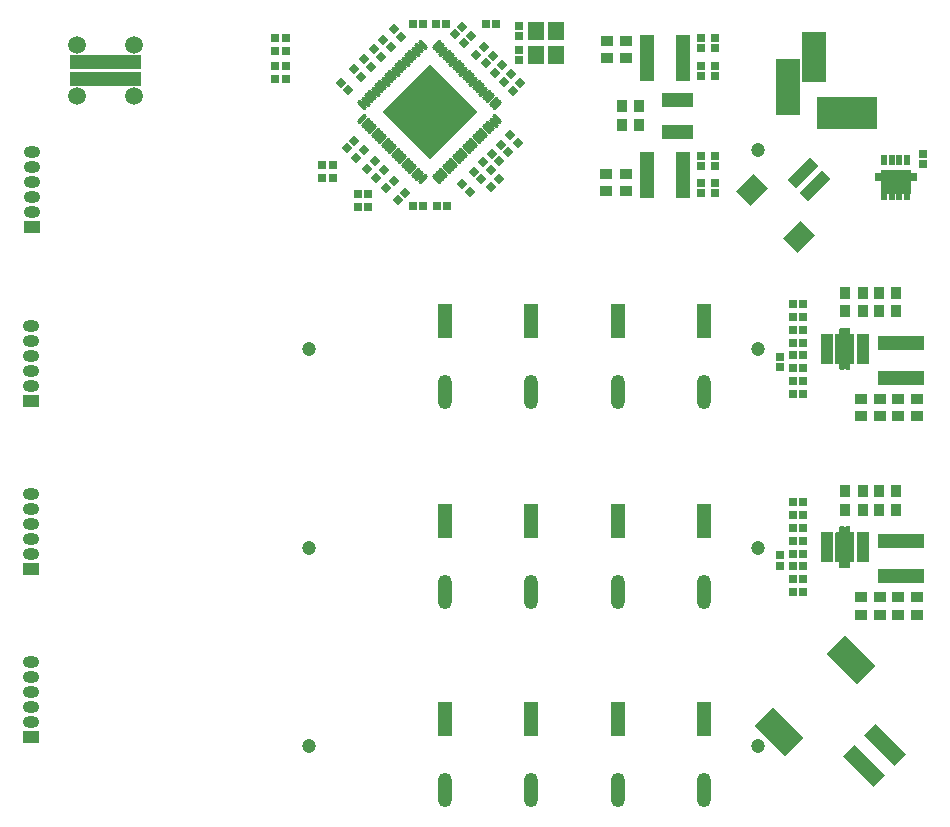
<source format=gbs>
G04*
G04 #@! TF.GenerationSoftware,Altium Limited,Altium Designer,24.0.1 (36)*
G04*
G04 Layer_Color=16711935*
%FSLAX44Y44*%
%MOMM*%
G71*
G04*
G04 #@! TF.SameCoordinates,2863EE23-0FE7-43ED-B731-855E9A245776*
G04*
G04*
G04 #@! TF.FilePolarity,Negative*
G04*
G01*
G75*
%ADD36R,0.7032X0.7032*%
%ADD37R,0.7032X0.7032*%
%ADD44R,1.4032X1.5032*%
%ADD45R,0.9532X1.0532*%
%ADD49C,1.5032*%
%ADD50O,1.4032X1.0032*%
%ADD51R,1.4032X1.0032*%
%ADD52C,1.2032*%
%ADD53R,2.0032X4.7032*%
%ADD54R,2.0032X4.2032*%
%ADD55R,5.2032X2.8032*%
%ADD97R,1.0032X0.5032*%
%ADD98C,0.5072*%
%ADD99P,8.0655X4X90.0*%
G04:AMPARAMS|DCode=100|XSize=0.4032mm|YSize=1.0032mm|CornerRadius=0mm|HoleSize=0mm|Usage=FLASHONLY|Rotation=315.000|XOffset=0mm|YOffset=0mm|HoleType=Round|Shape=Round|*
%AMOVALD100*
21,1,0.6000,0.4032,0.0000,0.0000,45.0*
1,1,0.4032,-0.2121,-0.2121*
1,1,0.4032,0.2121,0.2121*
%
%ADD100OVALD100*%

G04:AMPARAMS|DCode=101|XSize=0.4032mm|YSize=1.0032mm|CornerRadius=0mm|HoleSize=0mm|Usage=FLASHONLY|Rotation=225.000|XOffset=0mm|YOffset=0mm|HoleType=Round|Shape=Round|*
%AMOVALD101*
21,1,0.6000,0.4032,0.0000,0.0000,315.0*
1,1,0.4032,-0.2121,0.2121*
1,1,0.4032,0.2121,-0.2121*
%
%ADD101OVALD101*%

%ADD102R,0.5032X1.2032*%
G04:AMPARAMS|DCode=103|XSize=2.2032mm|YSize=3.7032mm|CornerRadius=0mm|HoleSize=0mm|Usage=FLASHONLY|Rotation=45.000|XOffset=0mm|YOffset=0mm|HoleType=Round|Shape=Rectangle|*
%AMROTATEDRECTD103*
4,1,4,0.5303,-2.0882,-2.0882,0.5303,-0.5303,2.0882,2.0882,-0.5303,0.5303,-2.0882,0.0*
%
%ADD103ROTATEDRECTD103*%

G04:AMPARAMS|DCode=104|XSize=1.4032mm|YSize=3.7032mm|CornerRadius=0mm|HoleSize=0mm|Usage=FLASHONLY|Rotation=45.000|XOffset=0mm|YOffset=0mm|HoleType=Round|Shape=Rectangle|*
%AMROTATEDRECTD104*
4,1,4,0.8132,-1.8054,-1.8054,0.8132,-0.8132,1.8054,1.8054,-0.8132,0.8132,-1.8054,0.0*
%
%ADD104ROTATEDRECTD104*%

%ADD105R,1.0532X0.9532*%
%ADD106R,1.2032X2.9032*%
%ADD107O,1.2032X2.9032*%
%ADD108R,0.6232X0.8632*%
%ADD109R,3.9032X1.3032*%
G04:AMPARAMS|DCode=110|XSize=1.0032mm|YSize=2.7032mm|CornerRadius=0mm|HoleSize=0mm|Usage=FLASHONLY|Rotation=315.000|XOffset=0mm|YOffset=0mm|HoleType=Round|Shape=Rectangle|*
%AMROTATEDRECTD110*
4,1,4,-1.3104,-0.6010,0.6010,1.3104,1.3104,0.6010,-0.6010,-1.3104,-1.3104,-0.6010,0.0*
%
%ADD110ROTATEDRECTD110*%

G04:AMPARAMS|DCode=111|XSize=2.1532mm|YSize=1.7032mm|CornerRadius=0mm|HoleSize=0mm|Usage=FLASHONLY|Rotation=225.000|XOffset=0mm|YOffset=0mm|HoleType=Round|Shape=Rectangle|*
%AMROTATEDRECTD111*
4,1,4,0.1591,1.3635,1.3635,0.1591,-0.1591,-1.3635,-1.3635,-0.1591,0.1591,1.3635,0.0*
%
%ADD111ROTATEDRECTD111*%

%ADD112R,1.3032X3.9032*%
%ADD113P,0.9945X4X270.0*%
%ADD114P,0.9945X4X180.0*%
%ADD115R,0.6350X1.1811*%
%ADD116R,2.5732X2.0332*%
%ADD117R,3.6632X0.7732*%
G36*
X707156Y242098D02*
X707252Y242069D01*
X707340Y242022D01*
X707418Y241959D01*
X707481Y241881D01*
X707528Y241793D01*
X707557Y241697D01*
X707567Y241598D01*
Y236956D01*
X710657D01*
X710757Y236947D01*
X710852Y236917D01*
X710940Y236870D01*
X711018Y236807D01*
X711081Y236729D01*
X711128Y236641D01*
X711158Y236545D01*
X711167Y236446D01*
Y233400D01*
X711168Y233398D01*
Y212446D01*
X711158Y212346D01*
X711129Y212250D01*
X711082Y212162D01*
X711018Y212085D01*
X710941Y212021D01*
X710853Y211974D01*
X710757Y211945D01*
X710657Y211935D01*
X707567D01*
Y207398D01*
X707557Y207298D01*
X707528Y207202D01*
X707481Y207114D01*
X707418Y207037D01*
X707340Y206973D01*
X707252Y206926D01*
X707156Y206897D01*
X707057Y206887D01*
X704057D01*
X703957Y206897D01*
X703861Y206926D01*
X703773Y206973D01*
X703696Y207037D01*
X703632Y207114D01*
X703585Y207202D01*
X703556Y207298D01*
X703546Y207398D01*
Y211935D01*
X702567D01*
Y207398D01*
X702557Y207298D01*
X702528Y207202D01*
X702481Y207114D01*
X702418Y207037D01*
X702340Y206973D01*
X702252Y206926D01*
X702156Y206897D01*
X702057Y206887D01*
X699057D01*
X698957Y206897D01*
X698861Y206926D01*
X698773Y206973D01*
X698696Y207037D01*
X698632Y207114D01*
X698585Y207202D01*
X698556Y207298D01*
X698546Y207398D01*
Y211935D01*
X695457D01*
X695358Y211945D01*
X695262Y211974D01*
X695174Y212021D01*
X695096Y212085D01*
X695033Y212162D01*
X694986Y212250D01*
X694957Y212346D01*
X694947Y212446D01*
Y236446D01*
X694957Y236545D01*
X694986Y236641D01*
X695033Y236729D01*
X695096Y236807D01*
X695174Y236870D01*
X695262Y236917D01*
X695358Y236947D01*
X695457Y236956D01*
X698546D01*
Y241598D01*
X698556Y241697D01*
X698585Y241793D01*
X698632Y241881D01*
X698696Y241959D01*
X698773Y242022D01*
X698861Y242069D01*
X698957Y242098D01*
X699057Y242108D01*
X702057D01*
X702156Y242098D01*
X702252Y242069D01*
X702340Y242022D01*
X702418Y241959D01*
X702481Y241881D01*
X702528Y241793D01*
X702557Y241697D01*
X702567Y241598D01*
Y236956D01*
X703546D01*
Y241598D01*
X703556Y241697D01*
X703585Y241793D01*
X703632Y241881D01*
X703696Y241959D01*
X703773Y242022D01*
X703861Y242069D01*
X703957Y242098D01*
X704057Y242108D01*
X707057D01*
X707156Y242098D01*
D02*
G37*
G36*
Y409992D02*
X707252Y409963D01*
X707340Y409916D01*
X707418Y409853D01*
X707481Y409775D01*
X707528Y409687D01*
X707557Y409591D01*
X707567Y409492D01*
Y404850D01*
X710657D01*
X710757Y404841D01*
X710852Y404811D01*
X710940Y404764D01*
X711018Y404701D01*
X711081Y404623D01*
X711128Y404535D01*
X711158Y404439D01*
X711167Y404340D01*
Y401294D01*
X711168Y401292D01*
Y380340D01*
X711158Y380240D01*
X711129Y380145D01*
X711082Y380056D01*
X711018Y379979D01*
X710941Y379915D01*
X710853Y379868D01*
X710757Y379839D01*
X710657Y379829D01*
X707567D01*
Y375292D01*
X707557Y375192D01*
X707528Y375096D01*
X707481Y375008D01*
X707418Y374931D01*
X707340Y374867D01*
X707252Y374820D01*
X707156Y374791D01*
X707057Y374781D01*
X704057D01*
X703957Y374791D01*
X703861Y374820D01*
X703773Y374867D01*
X703696Y374931D01*
X703632Y375008D01*
X703585Y375096D01*
X703556Y375192D01*
X703546Y375292D01*
Y379829D01*
X702567D01*
Y375292D01*
X702557Y375192D01*
X702528Y375096D01*
X702481Y375008D01*
X702418Y374931D01*
X702340Y374867D01*
X702252Y374820D01*
X702156Y374791D01*
X702057Y374781D01*
X699057D01*
X698957Y374791D01*
X698861Y374820D01*
X698773Y374867D01*
X698696Y374931D01*
X698632Y375008D01*
X698585Y375096D01*
X698556Y375192D01*
X698546Y375292D01*
Y379829D01*
X695457D01*
X695358Y379839D01*
X695262Y379868D01*
X695174Y379915D01*
X695096Y379979D01*
X695033Y380056D01*
X694986Y380145D01*
X694957Y380240D01*
X694947Y380340D01*
Y404340D01*
X694957Y404439D01*
X694986Y404535D01*
X695033Y404623D01*
X695096Y404701D01*
X695174Y404764D01*
X695262Y404811D01*
X695358Y404841D01*
X695457Y404850D01*
X698546D01*
Y409492D01*
X698556Y409591D01*
X698585Y409687D01*
X698632Y409775D01*
X698696Y409853D01*
X698773Y409916D01*
X698861Y409963D01*
X698957Y409992D01*
X699057Y410002D01*
X702057D01*
X702156Y409992D01*
X702252Y409963D01*
X702340Y409916D01*
X702418Y409853D01*
X702481Y409775D01*
X702528Y409687D01*
X702557Y409591D01*
X702567Y409492D01*
Y404850D01*
X703546D01*
Y409492D01*
X703556Y409591D01*
X703585Y409687D01*
X703632Y409775D01*
X703696Y409853D01*
X703773Y409916D01*
X703861Y409963D01*
X703957Y409992D01*
X704057Y410002D01*
X707057D01*
X707156Y409992D01*
D02*
G37*
D36*
X648477Y217950D02*
D03*
Y208950D02*
D03*
X769366Y548962D02*
D03*
Y557462D02*
D03*
X593090Y556070D02*
D03*
Y547570D02*
D03*
X592836Y623384D02*
D03*
Y631884D02*
D03*
X593344Y524138D02*
D03*
Y532638D02*
D03*
X581406D02*
D03*
Y524138D02*
D03*
X581152Y547506D02*
D03*
Y556006D02*
D03*
X427482Y645596D02*
D03*
Y636596D02*
D03*
Y666170D02*
D03*
Y657170D02*
D03*
X592836Y655252D02*
D03*
X581406D02*
D03*
X648462Y376754D02*
D03*
X581152Y631816D02*
D03*
X592836Y646752D02*
D03*
X648462Y385754D02*
D03*
X581152Y623316D02*
D03*
X581406Y646752D02*
D03*
D37*
X667713Y229924D02*
D03*
X659213D02*
D03*
X667713Y262472D02*
D03*
X659213D02*
D03*
X667713Y219074D02*
D03*
X659213D02*
D03*
X659277Y240773D02*
D03*
X667777D02*
D03*
X220798Y644906D02*
D03*
Y655574D02*
D03*
X220544Y621030D02*
D03*
Y631698D02*
D03*
X260748Y537210D02*
D03*
X260676Y548132D02*
D03*
X290648Y512318D02*
D03*
X290576Y523240D02*
D03*
X229798Y655574D02*
D03*
Y644906D02*
D03*
X229544Y631698D02*
D03*
Y621030D02*
D03*
X269676Y548132D02*
D03*
X269748Y537210D02*
D03*
X299576Y523240D02*
D03*
X299648Y512318D02*
D03*
X346202Y513588D02*
D03*
X337702D02*
D03*
X659198Y365179D02*
D03*
Y430276D02*
D03*
Y397728D02*
D03*
X659213Y197376D02*
D03*
X658980Y376029D02*
D03*
X658995Y208225D02*
D03*
X407856Y667766D02*
D03*
X365878Y513588D02*
D03*
X357378D02*
D03*
X337448Y667766D02*
D03*
X345948D02*
D03*
X357192D02*
D03*
X365692D02*
D03*
X667762Y408577D02*
D03*
X659262D02*
D03*
X659198Y386878D02*
D03*
X667698D02*
D03*
X667713Y197376D02*
D03*
X667698Y365179D02*
D03*
Y430276D02*
D03*
X659213Y186526D02*
D03*
X667713D02*
D03*
X667698Y397728D02*
D03*
X659198Y354330D02*
D03*
X667698D02*
D03*
X667995Y208225D02*
D03*
X658980Y419426D02*
D03*
X667980D02*
D03*
X658995Y251623D02*
D03*
X667995D02*
D03*
X667980Y376029D02*
D03*
X399356Y667766D02*
D03*
D44*
X458946Y661876D02*
D03*
Y640876D02*
D03*
X441946D02*
D03*
Y661876D02*
D03*
D45*
X732006Y439674D02*
D03*
X746506D02*
D03*
X732006Y424180D02*
D03*
X746506D02*
D03*
X718058D02*
D03*
X703558D02*
D03*
X746521Y256376D02*
D03*
X732021D02*
D03*
Y271870D02*
D03*
X746521D02*
D03*
X718073D02*
D03*
X703573D02*
D03*
Y256376D02*
D03*
X718073D02*
D03*
X529082Y581914D02*
D03*
X514582D02*
D03*
X529082Y597916D02*
D03*
X514582D02*
D03*
X703558Y439674D02*
D03*
X718058D02*
D03*
D49*
X100962Y649896D02*
D03*
Y606896D02*
D03*
X52962D02*
D03*
Y649896D02*
D03*
D50*
X14224Y411734D02*
D03*
Y386334D02*
D03*
Y373634D02*
D03*
Y360934D02*
D03*
Y399034D02*
D03*
X14478Y558800D02*
D03*
Y533400D02*
D03*
Y520700D02*
D03*
Y508000D02*
D03*
Y546100D02*
D03*
X14224Y127000D02*
D03*
Y101600D02*
D03*
Y88900D02*
D03*
Y76200D02*
D03*
Y114300D02*
D03*
X13970Y269240D02*
D03*
Y243840D02*
D03*
Y231140D02*
D03*
Y218440D02*
D03*
Y256540D02*
D03*
D51*
X14224Y348234D02*
D03*
X14478Y495300D02*
D03*
X14224Y63500D02*
D03*
X13970Y205740D02*
D03*
D52*
X249403Y55896D02*
D03*
X629403D02*
D03*
X249403Y224125D02*
D03*
X629403D02*
D03*
Y560726D02*
D03*
X249403Y392425D02*
D03*
X629403D02*
D03*
D53*
X654910Y614318D02*
D03*
D54*
X676910Y639318D02*
D03*
D55*
X704910Y591818D02*
D03*
D97*
X718071Y402429D02*
D03*
Y397430D02*
D03*
Y392429D02*
D03*
Y387430D02*
D03*
Y382429D02*
D03*
X688073D02*
D03*
Y387430D02*
D03*
Y392429D02*
D03*
Y402429D02*
D03*
Y397430D02*
D03*
X718071Y234535D02*
D03*
Y229536D02*
D03*
Y224535D02*
D03*
Y219536D02*
D03*
Y214535D02*
D03*
X688073D02*
D03*
Y219536D02*
D03*
Y224535D02*
D03*
Y234535D02*
D03*
Y229536D02*
D03*
D98*
X703057Y392340D02*
D03*
Y224446D02*
D03*
D99*
X351536Y592836D02*
D03*
D100*
X345519Y535919D02*
D03*
X342699Y538739D02*
D03*
X339862Y541577D02*
D03*
X337042Y544397D02*
D03*
X334204Y547234D02*
D03*
X331384Y550054D02*
D03*
X328547Y552892D02*
D03*
X325727Y555712D02*
D03*
X322889Y558549D02*
D03*
X320069Y561369D02*
D03*
X317249Y564189D02*
D03*
X314412Y567027D02*
D03*
X311592Y569847D02*
D03*
X308754Y572684D02*
D03*
X305934Y575504D02*
D03*
X303097Y578342D02*
D03*
X300277Y581162D02*
D03*
X297439Y583999D02*
D03*
X294619Y586819D02*
D03*
X357553Y649753D02*
D03*
X360373Y646933D02*
D03*
X363210Y644095D02*
D03*
X366030Y641275D02*
D03*
X368868Y638438D02*
D03*
X371688Y635618D02*
D03*
X374525Y632780D02*
D03*
X377345Y629960D02*
D03*
X380183Y627123D02*
D03*
X383003Y624303D02*
D03*
X385823Y621483D02*
D03*
X388660Y618645D02*
D03*
X391480Y615826D02*
D03*
X394318Y612988D02*
D03*
X397138Y610168D02*
D03*
X399976Y607330D02*
D03*
X402795Y604510D02*
D03*
X405633Y601673D02*
D03*
X408453Y598853D02*
D03*
D101*
X294619D02*
D03*
X297439Y601673D02*
D03*
X300277Y604510D02*
D03*
X303097Y607330D02*
D03*
X305934Y610168D02*
D03*
X308754Y612988D02*
D03*
X311592Y615826D02*
D03*
X314412Y618645D02*
D03*
X317249Y621483D02*
D03*
X320069Y624303D02*
D03*
X322889Y627123D02*
D03*
X325727Y629960D02*
D03*
X328547Y632780D02*
D03*
X331384Y635618D02*
D03*
X334204Y638438D02*
D03*
X337042Y641275D02*
D03*
X339862Y644095D02*
D03*
X342699Y646933D02*
D03*
X345519Y649753D02*
D03*
X408453Y586819D02*
D03*
X405633Y583999D02*
D03*
X402795Y581162D02*
D03*
X399976Y578342D02*
D03*
X397138Y575504D02*
D03*
X394318Y572684D02*
D03*
X391480Y569847D02*
D03*
X388660Y567027D02*
D03*
X385823Y564189D02*
D03*
X383003Y561369D02*
D03*
X380183Y558549D02*
D03*
X377345Y555712D02*
D03*
X374525Y552892D02*
D03*
X371688Y550054D02*
D03*
X368868Y547234D02*
D03*
X366030Y544397D02*
D03*
X363210Y541577D02*
D03*
X360373Y538739D02*
D03*
X357553Y535919D02*
D03*
D102*
X104463Y635596D02*
D03*
X79461D02*
D03*
X99461D02*
D03*
X94463D02*
D03*
X89461D02*
D03*
X84463D02*
D03*
X49461D02*
D03*
X74463D02*
D03*
X69461D02*
D03*
X64463D02*
D03*
X59461D02*
D03*
X54463D02*
D03*
X104463Y621196D02*
D03*
X79464D02*
D03*
X99461D02*
D03*
X94463D02*
D03*
X89461D02*
D03*
X84463D02*
D03*
X49461D02*
D03*
X74463D02*
D03*
X69461D02*
D03*
X64463D02*
D03*
X59461D02*
D03*
X54463D02*
D03*
D103*
X708306Y129111D02*
D03*
X647113Y67918D02*
D03*
D104*
X736972Y56930D02*
D03*
X719294Y39252D02*
D03*
D105*
X732636Y181954D02*
D03*
Y167454D02*
D03*
X763778Y349758D02*
D03*
Y335258D02*
D03*
X717042Y349758D02*
D03*
Y335258D02*
D03*
X732621Y349758D02*
D03*
Y335258D02*
D03*
X763793Y181954D02*
D03*
Y167454D02*
D03*
X517906Y638926D02*
D03*
Y653426D02*
D03*
X500888Y525642D02*
D03*
Y540142D02*
D03*
X501396Y653426D02*
D03*
Y638926D02*
D03*
X517652Y525642D02*
D03*
X748199Y335258D02*
D03*
X748215Y167454D02*
D03*
X717057D02*
D03*
X517652Y540142D02*
D03*
X717057Y181954D02*
D03*
X748215D02*
D03*
X748199Y349758D02*
D03*
D106*
X584200Y415572D02*
D03*
Y246916D02*
D03*
X510879D02*
D03*
X437557D02*
D03*
X364236D02*
D03*
X584200Y78768D02*
D03*
X510879D02*
D03*
X364236D02*
D03*
X437557D02*
D03*
X510879Y415572D02*
D03*
X437557D02*
D03*
X364236D02*
D03*
D107*
X584200Y355572D02*
D03*
Y186916D02*
D03*
X510879D02*
D03*
X437557D02*
D03*
X364236D02*
D03*
X584200Y18768D02*
D03*
X510879D02*
D03*
X364236D02*
D03*
X437557D02*
D03*
X510879Y355572D02*
D03*
X437557D02*
D03*
X364236D02*
D03*
D108*
X755748Y522764D02*
D03*
X749248D02*
D03*
X742748D02*
D03*
X736248D02*
D03*
X736248Y552164D02*
D03*
X742748D02*
D03*
X749248D02*
D03*
X755748D02*
D03*
D109*
X750331Y199706D02*
D03*
Y229706D02*
D03*
X750316Y397510D02*
D03*
Y367510D02*
D03*
D110*
X678085Y530573D02*
D03*
X667478Y541179D02*
D03*
D111*
X664070Y487312D02*
D03*
X624218Y527164D02*
D03*
D112*
X565912Y639064D02*
D03*
X535912D02*
D03*
Y540004D02*
D03*
X565912D02*
D03*
D113*
X378925Y665183D02*
D03*
X372915Y659173D02*
D03*
X405087Y640037D02*
D03*
X399077Y634027D02*
D03*
X428124Y617354D02*
D03*
X421760Y610990D02*
D03*
X397390Y647834D02*
D03*
X391026Y641470D02*
D03*
X289546Y554214D02*
D03*
X410090Y535820D02*
D03*
X420504Y624974D02*
D03*
X281418Y562342D02*
D03*
X314946Y528560D02*
D03*
X298690Y545070D02*
D03*
X412884Y632594D02*
D03*
X306564Y537196D02*
D03*
X287782Y568706D02*
D03*
X321310Y534924D02*
D03*
X414140Y618610D02*
D03*
X406520Y626230D02*
D03*
X312928Y543560D02*
D03*
X305054Y551434D02*
D03*
X295910Y560578D02*
D03*
X386545Y657563D02*
D03*
X380535Y651553D02*
D03*
X330665Y524467D02*
D03*
X324655Y518457D02*
D03*
X403726Y529456D02*
D03*
D114*
X385332Y525512D02*
D03*
X378968Y531876D02*
D03*
X403232Y543934D02*
D03*
X426092Y566794D02*
D03*
X321042Y662954D02*
D03*
X295642Y637554D02*
D03*
X287260Y629172D02*
D03*
X304278Y646190D02*
D03*
X312152Y654064D02*
D03*
X396868Y550298D02*
D03*
X410675Y551731D02*
D03*
X404665Y557741D02*
D03*
X327406Y656590D02*
D03*
X318516Y647700D02*
D03*
X310642Y639826D02*
D03*
X302006Y631190D02*
D03*
X418252Y559394D02*
D03*
X276438Y617896D02*
D03*
X395392Y536534D02*
D03*
X389382Y542544D02*
D03*
X282448Y611886D02*
D03*
X412242Y565404D02*
D03*
X419728Y573158D02*
D03*
X293624Y622808D02*
D03*
D115*
X564590Y603186D02*
D03*
X551590D02*
D03*
X571090Y575882D02*
D03*
X564590D02*
D03*
X558090D02*
D03*
X551590D02*
D03*
X558090Y603186D02*
D03*
X571090D02*
D03*
D116*
X745998Y533314D02*
D03*
D117*
X745998Y537809D02*
D03*
M02*

</source>
